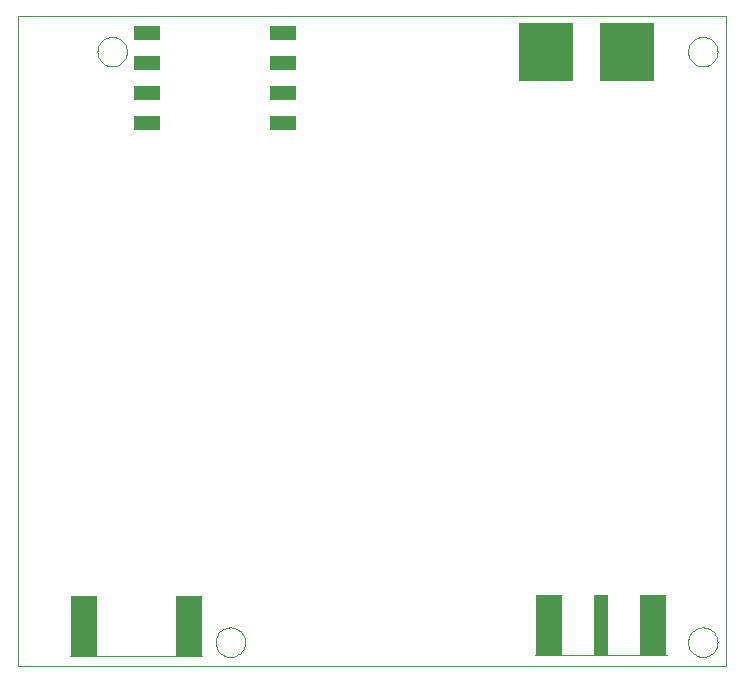
<source format=gbp>
G75*
%MOIN*%
%OFA0B0*%
%FSLAX24Y24*%
%IPPOS*%
%LPD*%
%AMOC8*
5,1,8,0,0,1.08239X$1,22.5*
%
%ADD10C,0.0000*%
%ADD11R,0.0870X0.0472*%
%ADD12R,0.0874X0.0472*%
%ADD13R,0.0900X0.2000*%
%ADD14R,0.1831X0.1969*%
%ADD15R,0.0450X0.2000*%
D10*
X000180Y000185D02*
X000180Y021839D01*
X023802Y021839D01*
X023802Y000185D01*
X000180Y000185D01*
X001937Y000500D02*
X006337Y000500D01*
X006775Y000972D02*
X006777Y001016D01*
X006783Y001060D01*
X006793Y001103D01*
X006806Y001145D01*
X006824Y001185D01*
X006845Y001224D01*
X006869Y001261D01*
X006896Y001296D01*
X006927Y001328D01*
X006960Y001357D01*
X006996Y001383D01*
X007034Y001405D01*
X007074Y001424D01*
X007115Y001440D01*
X007158Y001452D01*
X007201Y001460D01*
X007245Y001464D01*
X007289Y001464D01*
X007333Y001460D01*
X007376Y001452D01*
X007419Y001440D01*
X007460Y001424D01*
X007500Y001405D01*
X007538Y001383D01*
X007574Y001357D01*
X007607Y001328D01*
X007638Y001296D01*
X007665Y001261D01*
X007689Y001224D01*
X007710Y001185D01*
X007728Y001145D01*
X007741Y001103D01*
X007751Y001060D01*
X007757Y001016D01*
X007759Y000972D01*
X007757Y000928D01*
X007751Y000884D01*
X007741Y000841D01*
X007728Y000799D01*
X007710Y000759D01*
X007689Y000720D01*
X007665Y000683D01*
X007638Y000648D01*
X007607Y000616D01*
X007574Y000587D01*
X007538Y000561D01*
X007500Y000539D01*
X007460Y000520D01*
X007419Y000504D01*
X007376Y000492D01*
X007333Y000484D01*
X007289Y000480D01*
X007245Y000480D01*
X007201Y000484D01*
X007158Y000492D01*
X007115Y000504D01*
X007074Y000520D01*
X007034Y000539D01*
X006996Y000561D01*
X006960Y000587D01*
X006927Y000616D01*
X006896Y000648D01*
X006869Y000683D01*
X006845Y000720D01*
X006824Y000759D01*
X006806Y000799D01*
X006793Y000841D01*
X006783Y000884D01*
X006777Y000928D01*
X006775Y000972D01*
X017429Y000539D02*
X021829Y000539D01*
X022523Y000972D02*
X022525Y001016D01*
X022531Y001060D01*
X022541Y001103D01*
X022554Y001145D01*
X022572Y001185D01*
X022593Y001224D01*
X022617Y001261D01*
X022644Y001296D01*
X022675Y001328D01*
X022708Y001357D01*
X022744Y001383D01*
X022782Y001405D01*
X022822Y001424D01*
X022863Y001440D01*
X022906Y001452D01*
X022949Y001460D01*
X022993Y001464D01*
X023037Y001464D01*
X023081Y001460D01*
X023124Y001452D01*
X023167Y001440D01*
X023208Y001424D01*
X023248Y001405D01*
X023286Y001383D01*
X023322Y001357D01*
X023355Y001328D01*
X023386Y001296D01*
X023413Y001261D01*
X023437Y001224D01*
X023458Y001185D01*
X023476Y001145D01*
X023489Y001103D01*
X023499Y001060D01*
X023505Y001016D01*
X023507Y000972D01*
X023505Y000928D01*
X023499Y000884D01*
X023489Y000841D01*
X023476Y000799D01*
X023458Y000759D01*
X023437Y000720D01*
X023413Y000683D01*
X023386Y000648D01*
X023355Y000616D01*
X023322Y000587D01*
X023286Y000561D01*
X023248Y000539D01*
X023208Y000520D01*
X023167Y000504D01*
X023124Y000492D01*
X023081Y000484D01*
X023037Y000480D01*
X022993Y000480D01*
X022949Y000484D01*
X022906Y000492D01*
X022863Y000504D01*
X022822Y000520D01*
X022782Y000539D01*
X022744Y000561D01*
X022708Y000587D01*
X022675Y000616D01*
X022644Y000648D01*
X022617Y000683D01*
X022593Y000720D01*
X022572Y000759D01*
X022554Y000799D01*
X022541Y000841D01*
X022531Y000884D01*
X022525Y000928D01*
X022523Y000972D01*
X022523Y020657D02*
X022525Y020701D01*
X022531Y020745D01*
X022541Y020788D01*
X022554Y020830D01*
X022572Y020870D01*
X022593Y020909D01*
X022617Y020946D01*
X022644Y020981D01*
X022675Y021013D01*
X022708Y021042D01*
X022744Y021068D01*
X022782Y021090D01*
X022822Y021109D01*
X022863Y021125D01*
X022906Y021137D01*
X022949Y021145D01*
X022993Y021149D01*
X023037Y021149D01*
X023081Y021145D01*
X023124Y021137D01*
X023167Y021125D01*
X023208Y021109D01*
X023248Y021090D01*
X023286Y021068D01*
X023322Y021042D01*
X023355Y021013D01*
X023386Y020981D01*
X023413Y020946D01*
X023437Y020909D01*
X023458Y020870D01*
X023476Y020830D01*
X023489Y020788D01*
X023499Y020745D01*
X023505Y020701D01*
X023507Y020657D01*
X023505Y020613D01*
X023499Y020569D01*
X023489Y020526D01*
X023476Y020484D01*
X023458Y020444D01*
X023437Y020405D01*
X023413Y020368D01*
X023386Y020333D01*
X023355Y020301D01*
X023322Y020272D01*
X023286Y020246D01*
X023248Y020224D01*
X023208Y020205D01*
X023167Y020189D01*
X023124Y020177D01*
X023081Y020169D01*
X023037Y020165D01*
X022993Y020165D01*
X022949Y020169D01*
X022906Y020177D01*
X022863Y020189D01*
X022822Y020205D01*
X022782Y020224D01*
X022744Y020246D01*
X022708Y020272D01*
X022675Y020301D01*
X022644Y020333D01*
X022617Y020368D01*
X022593Y020405D01*
X022572Y020444D01*
X022554Y020484D01*
X022541Y020526D01*
X022531Y020569D01*
X022525Y020613D01*
X022523Y020657D01*
X002838Y020657D02*
X002840Y020701D01*
X002846Y020745D01*
X002856Y020788D01*
X002869Y020830D01*
X002887Y020870D01*
X002908Y020909D01*
X002932Y020946D01*
X002959Y020981D01*
X002990Y021013D01*
X003023Y021042D01*
X003059Y021068D01*
X003097Y021090D01*
X003137Y021109D01*
X003178Y021125D01*
X003221Y021137D01*
X003264Y021145D01*
X003308Y021149D01*
X003352Y021149D01*
X003396Y021145D01*
X003439Y021137D01*
X003482Y021125D01*
X003523Y021109D01*
X003563Y021090D01*
X003601Y021068D01*
X003637Y021042D01*
X003670Y021013D01*
X003701Y020981D01*
X003728Y020946D01*
X003752Y020909D01*
X003773Y020870D01*
X003791Y020830D01*
X003804Y020788D01*
X003814Y020745D01*
X003820Y020701D01*
X003822Y020657D01*
X003820Y020613D01*
X003814Y020569D01*
X003804Y020526D01*
X003791Y020484D01*
X003773Y020444D01*
X003752Y020405D01*
X003728Y020368D01*
X003701Y020333D01*
X003670Y020301D01*
X003637Y020272D01*
X003601Y020246D01*
X003563Y020224D01*
X003523Y020205D01*
X003482Y020189D01*
X003439Y020177D01*
X003396Y020169D01*
X003352Y020165D01*
X003308Y020165D01*
X003264Y020169D01*
X003221Y020177D01*
X003178Y020189D01*
X003137Y020205D01*
X003097Y020224D01*
X003059Y020246D01*
X003023Y020272D01*
X002990Y020301D01*
X002959Y020333D01*
X002932Y020368D01*
X002908Y020405D01*
X002887Y020444D01*
X002869Y020484D01*
X002856Y020526D01*
X002846Y020569D01*
X002840Y020613D01*
X002838Y020657D01*
D11*
X004501Y021264D03*
D12*
X004503Y020264D03*
X004503Y019264D03*
X004503Y018264D03*
X009023Y018264D03*
X009023Y019264D03*
X009023Y020264D03*
X009023Y021264D03*
D13*
X017889Y001549D03*
X021369Y001549D03*
X005877Y001510D03*
X002397Y001510D03*
D14*
X017788Y020657D03*
X020485Y020657D03*
D15*
X019629Y001549D03*
M02*

</source>
